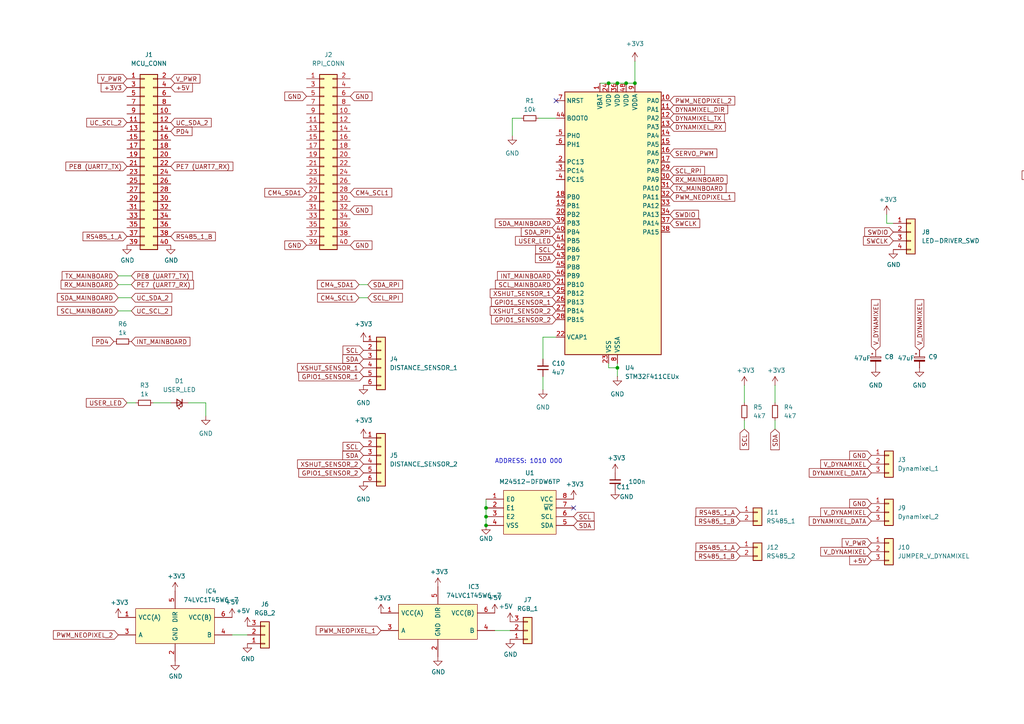
<source format=kicad_sch>
(kicad_sch (version 20231120) (generator "eeschema") (generator_version "8.0")
  (paper "A4")
  (junction (at 140.97 149.86))
  (junction (at 323.85 92.71))
  (junction (at 176.53 24.13))
  (junction (at 398.78 135.89))
  (junction (at 140.97 152.4))
  (junction (at 140.97 147.32))
  (junction (at 179.07 106.68))
  (junction (at 184.15 24.13))
  (junction (at 373.38 118.11))
  (junction (at 370.84 72.39))
  (junction (at 386.08 135.89))
  (junction (at 181.61 24.13))
  (junction (at 179.07 24.13))
  (no_connect (at 166.37 147.32))
  (no_connect (at 161.29 29.21))
  (wire (pts (xy 368.3 118.11) (xy 373.38 118.11)))
  (wire (pts (xy 365.76 72.39) (xy 370.84 72.39)))
  (wire (pts (xy 148.59 34.29) (xy 151.13 34.29)))
  (wire (pts (xy 173.99 24.13) (xy 176.53 24.13)))
  (wire (pts (xy 339.09 95.25) (xy 326.39 95.25)))
  (wire (pts (xy 364.49 92.71) (xy 365.76 92.71)))
  (wire (pts (xy 34.29 90.17) (xy 38.1 90.17)))
  (wire (pts (xy 339.09 97.79) (xy 336.55 97.79)))
  (wire (pts (xy 224.79 111.76) (xy 224.79 116.84)))
  (wire (pts (xy 368.3 130.81) (xy 368.3 118.11)))
  (wire (pts (xy 104.14 82.55) (xy 106.68 82.55)))
  (wire (pts (xy 36.83 116.84) (xy 39.37 116.84)))
  (wire (pts (xy 179.07 105.41) (xy 179.07 106.68)))
  (wire (pts (xy 336.55 139.7) (xy 336.55 135.89)))
  (wire (pts (xy 316.23 92.71) (xy 323.85 92.71)))
  (wire (pts (xy 386.08 123.19) (xy 386.08 135.89)))
  (wire (pts (xy 67.31 184.15) (xy 71.755 184.15)))
  (wire (pts (xy 34.29 82.55) (xy 38.1 82.55)))
  (wire (pts (xy 326.39 111.76) (xy 358.14 111.76)))
  (wire (pts (xy 181.61 24.13) (xy 184.15 24.13)))
  (wire (pts (xy 176.53 106.68) (xy 179.07 106.68)))
  (wire (pts (xy 215.9 111.76) (xy 215.9 116.84)))
  (wire (pts (xy 326.39 95.25) (xy 326.39 111.76)))
  (wire (pts (xy 373.38 118.11) (xy 373.38 119.38)))
  (wire (pts (xy 398.78 102.87) (xy 398.78 135.89)))
  (wire (pts (xy 336.55 97.79) (xy 336.55 101.6)))
  (wire (pts (xy 156.21 34.29) (xy 161.29 34.29)))
  (wire (pts (xy 59.69 120.65) (xy 59.69 116.84)))
  (wire (pts (xy 358.14 111.76) (xy 358.14 102.87)))
  (wire (pts (xy 140.97 147.32) (xy 140.97 149.86)))
  (wire (pts (xy 386.08 115.57) (xy 386.08 118.11)))
  (wire (pts (xy 176.53 105.41) (xy 176.53 106.68)))
  (wire (pts (xy 358.14 102.87) (xy 398.78 102.87)))
  (wire (pts (xy 179.07 106.68) (xy 179.07 109.22)))
  (wire (pts (xy 323.85 92.71) (xy 339.09 92.71)))
  (wire (pts (xy 161.29 97.79) (xy 157.48 97.79)))
  (wire (pts (xy 44.45 116.84) (xy 49.53 116.84)))
  (wire (pts (xy 184.15 17.78) (xy 184.15 24.13)))
  (wire (pts (xy 215.9 121.92) (xy 215.9 124.46)))
  (wire (pts (xy 59.69 116.84) (xy 54.61 116.84)))
  (wire (pts (xy 34.29 86.36) (xy 38.1 86.36)))
  (wire (pts (xy 148.59 39.37) (xy 148.59 34.29)))
  (wire (pts (xy 370.84 71.12) (xy 370.84 72.39)))
  (wire (pts (xy 157.48 97.79) (xy 157.48 104.14)))
  (wire (pts (xy 364.49 130.81) (xy 368.3 130.81)))
  (wire (pts (xy 370.84 72.39) (xy 370.84 74.93)))
  (wire (pts (xy 398.78 135.89) (xy 405.13 135.89)))
  (wire (pts (xy 336.55 135.89) (xy 339.09 135.89)))
  (wire (pts (xy 143.51 182.88) (xy 147.955 182.88)))
  (wire (pts (xy 104.14 86.36) (xy 106.68 86.36)))
  (wire (pts (xy 365.76 92.71) (xy 365.76 72.39)))
  (wire (pts (xy 140.97 144.78) (xy 140.97 147.32)))
  (wire (pts (xy 364.49 135.89) (xy 386.08 135.89)))
  (wire (pts (xy 157.48 109.22) (xy 157.48 113.03)))
  (wire (pts (xy 257.175 62.23) (xy 257.175 64.77)))
  (wire (pts (xy 373.38 115.57) (xy 373.38 118.11)))
  (wire (pts (xy 224.79 121.92) (xy 224.79 124.46)))
  (wire (pts (xy 34.29 80.01) (xy 38.1 80.01)))
  (wire (pts (xy 176.53 24.13) (xy 179.07 24.13)))
  (wire (pts (xy 323.85 130.81) (xy 323.85 92.71)))
  (wire (pts (xy 339.09 130.81) (xy 323.85 130.81)))
  (wire (pts (xy 257.175 64.77) (xy 259.08 64.77)))
  (wire (pts (xy 179.07 24.13) (xy 181.61 24.13)))
  (wire (pts (xy 386.08 135.89) (xy 398.78 135.89)))
  (wire (pts (xy 140.97 149.86) (xy 140.97 152.4)))
  (text "ADDRESS: 1010 000\n" (at 143.51 134.62 0) (effects (font (size 1.27 1.27)) (justify left bottom)))
  (global_label "DYNAMIXEL_RX" (shape input) (at 194.31 36.83 0) (property "Intersheetrefs" "${INTERSHEET_REFS}" (effects (hide yes))))
  (global_label "SDA" (shape input) (at 166.37 152.4 0) (property "Intersheetrefs" "${INTERSHEET_REFS}" (effects (hide yes))))
  (global_label "V_PWR" (shape input) (at 49.53 22.86 0) (property "Intersheetrefs" "${INTERSHEET_REFS}" (effects (hide yes))))
  (global_label "UC_SCL_2" (shape input) (at 38.1 90.17 0) (property "Intersheetrefs" "${INTERSHEET_REFS}" (effects (hide yes))))
  (global_label "GND" (shape input) (at 101.6 27.94 0) (property "Intersheetrefs" "${INTERSHEET_REFS}" (effects (hide yes))))
  (global_label "SCL_MAINBOARD" (shape input) (at 161.29 82.55 180) (property "Intersheetrefs" "${INTERSHEET_REFS}" (effects (hide yes))))
  (global_label "GPIO1_SENSOR_2" (shape input) (at 105.41 137.16 180) (property "Intersheetrefs" "${INTERSHEET_REFS}" (effects (hide yes))))
  (global_label "SCL_MAINBOARD" (shape input) (at 34.29 90.17 180) (property "Intersheetrefs" "${INTERSHEET_REFS}" (effects (hide yes))))
  (global_label "SCL" (shape input) (at 215.9 124.46 270) (property "Intersheetrefs" "${INTERSHEET_REFS}" (effects (hide yes))))
  (global_label "DYNAMIXEL_DATA" (shape input) (at 252.73 151.13 180) (property "Intersheetrefs" "${INTERSHEET_REFS}" (effects (hide yes))))
  (global_label "RS485_1_B" (shape input) (at 49.53 68.58 0) (property "Intersheetrefs" "${INTERSHEET_REFS}" (effects (hide yes))))
  (global_label "GND" (shape input) (at 101.6 71.12 0) (property "Intersheetrefs" "${INTERSHEET_REFS}" (effects (hide yes))))
  (global_label "GND" (shape input) (at 252.73 146.05 180) (property "Intersheetrefs" "${INTERSHEET_REFS}" (effects (hide yes))))
  (global_label "INT_MAINBOARD" (shape input) (at 161.29 80.01 180) (property "Intersheetrefs" "${INTERSHEET_REFS}" (effects (hide yes))))
  (global_label "V_DYNAMIXEL" (shape input) (at 252.73 134.62 180) (property "Intersheetrefs" "${INTERSHEET_REFS}" (effects (hide yes))))
  (global_label "PE7 (UART7_RX)" (shape input) (at 38.1 82.55 0) (property "Intersheetrefs" "${INTERSHEET_REFS}" (effects (hide yes))))
  (global_label "USER_LED" (shape input) (at 36.83 116.84 180) (property "Intersheetrefs" "${INTERSHEET_REFS}" (effects (hide yes))))
  (global_label "GND" (shape input) (at 252.73 132.08 180) (property "Intersheetrefs" "${INTERSHEET_REFS}" (effects (hide yes))))
  (global_label "V_PWR" (shape input) (at 252.73 157.48 180) (property "Intersheetrefs" "${INTERSHEET_REFS}" (effects (hide yes))))
  (global_label "XSHUT_SENSOR_1" (shape input) (at 161.29 85.09 180) (property "Intersheetrefs" "${INTERSHEET_REFS}" (effects (hide yes))))
  (global_label "XSHUT_SENSOR_2" (shape input) (at 105.41 134.62 180) (property "Intersheetrefs" "${INTERSHEET_REFS}" (effects (hide yes))))
  (global_label "GND" (shape input) (at 88.9 27.94 180) (property "Intersheetrefs" "${INTERSHEET_REFS}" (effects (hide yes))))
  (global_label "GND" (shape input) (at 88.9 71.12 180) (property "Intersheetrefs" "${INTERSHEET_REFS}" (effects (hide yes))))
  (global_label "PD4" (shape input) (at 33.02 99.06 180) (property "Intersheetrefs" "${INTERSHEET_REFS}" (effects (hide yes))))
  (global_label "SCL" (shape input) (at 105.41 129.54 180) (property "Intersheetrefs" "${INTERSHEET_REFS}" (effects (hide yes))))
  (global_label "RX_MAINBOARD" (shape input) (at 194.31 52.07 0) (property "Intersheetrefs" "${INTERSHEET_REFS}" (effects (hide yes))))
  (global_label "DYNAMIXEL_DIR" (shape input) (at 316.23 92.71 180) (property "Intersheetrefs" "${INTERSHEET_REFS}" (effects (hide yes))))
  (global_label "INT_MAINBOARD" (shape input) (at 38.1 99.06 0) (property "Intersheetrefs" "${INTERSHEET_REFS}" (effects (hide yes))))
  (global_label "+5V" (shape input) (at 373.38 115.57 90) (property "Intersheetrefs" "${INTERSHEET_REFS}" (effects (hide yes))))
  (global_label "V_DYNAMIXEL" (shape input) (at 266.7 101.6 90) (property "Intersheetrefs" "${INTERSHEET_REFS}" (effects (hide yes))))
  (global_label "SDA_RPI" (shape input) (at 106.68 82.55 0) (property "Intersheetrefs" "${INTERSHEET_REFS}" (effects (hide yes))))
  (global_label "SCL_RPI" (shape input) (at 106.68 86.36 0) (property "Intersheetrefs" "${INTERSHEET_REFS}" (effects (hide yes))))
  (global_label "SWCLK" (shape input) (at 259.08 69.85 180) (property "Intersheetrefs" "${INTERSHEET_REFS}" (effects (hide yes))))
  (global_label "DYNAMIXEL_TX" (shape input) (at 194.31 34.29 0) (property "Intersheetrefs" "${INTERSHEET_REFS}" (effects (hide yes))))
  (global_label "PWM_NEOPIXEL_1" (shape input) (at 110.49 182.88 180) (property "Intersheetrefs" "${INTERSHEET_REFS}" (effects (hide yes))))
  (global_label "XSHUT_SENSOR_2" (shape input) (at 161.29 90.17 180) (property "Intersheetrefs" "${INTERSHEET_REFS}" (effects (hide yes))))
  (global_label "GND" (shape input) (at 311.15 55.88 180) (property "Intersheetrefs" "${INTERSHEET_REFS}" (effects (hide yes))))
  (global_label "+5V" (shape input) (at 386.08 115.57 90) (property "Intersheetrefs" "${INTERSHEET_REFS}" (effects (hide yes))))
  (global_label "PE7 (UART7_RX)" (shape input) (at 49.53 48.26 0) (property "Intersheetrefs" "${INTERSHEET_REFS}" (effects (hide yes))))
  (global_label "GPIO1_SENSOR_1" (shape input) (at 105.41 109.22 180) (property "Intersheetrefs" "${INTERSHEET_REFS}" (effects (hide yes))))
  (global_label "XSHUT_SENSOR_1" (shape input) (at 105.41 106.68 180) (property "Intersheetrefs" "${INTERSHEET_REFS}" (effects (hide yes))))
  (global_label "DYNAMIXEL_DIR" (shape input) (at 194.31 31.75 0) (property "Intersheetrefs" "${INTERSHEET_REFS}" (effects (hide yes))))
  (global_label "+5V" (shape input) (at 252.73 162.56 180) (property "Intersheetrefs" "${INTERSHEET_REFS}" (effects (hide yes))))
  (global_label "GPIO1_SENSOR_2" (shape input) (at 161.29 92.71 180) (property "Intersheetrefs" "${INTERSHEET_REFS}" (effects (hide yes))))
  (global_label "+3V3" (shape input) (at 36.83 25.4 180) (property "Intersheetrefs" "${INTERSHEET_REFS}" (effects (hide yes))))
  (global_label "SERVO_PWM" (shape input) (at 311.15 53.34 180) (property "Intersheetrefs" "${INTERSHEET_REFS}" (effects (hide yes))))
  (global_label "RS485_1_A" (shape input) (at 214.63 158.75 180) (property "Intersheetrefs" "${INTERSHEET_REFS}" (effects (hide yes))))
  (global_label "DYNAMIXEL_RX" (shape input) (at 364.49 97.79 0) (property "Intersheetrefs" "${INTERSHEET_REFS}" (effects (hide yes))))
  (global_label "SWDIO" (shape input) (at 194.31 62.23 0) (property "Intersheetrefs" "${INTERSHEET_REFS}" (effects (hide yes))))
  (global_label "RX_MAINBOARD" (shape input) (at 34.29 82.55 180) (property "Intersheetrefs" "${INTERSHEET_REFS}" (effects (hide yes))))
  (global_label "RS485_1_B" (shape input) (at 214.63 161.29 180) (property "Intersheetrefs" "${INTERSHEET_REFS}" (effects (hide yes))))
  (global_label "SDA_MAINBOARD" (shape input) (at 34.29 86.36 180) (property "Intersheetrefs" "${INTERSHEET_REFS}" (effects (hide yes))))
  (global_label "TX_MAINBOARD" (shape input) (at 194.31 54.61 0) (property "Intersheetrefs" "${INTERSHEET_REFS}" (effects (hide yes))))
  (global_label "RS485_1_A" (shape input) (at 36.83 68.58 180) (property "Intersheetrefs" "${INTERSHEET_REFS}" (effects (hide yes))))
  (global_label "RS485_1_B" (shape input) (at 214.63 151.13 180) (property "Intersheetrefs" "${INTERSHEET_REFS}" (effects (hide yes))))
  (global_label "SCL_RPI" (shape input) (at 194.31 49.53 0) (property "Intersheetrefs" "${INTERSHEET_REFS}" (effects (hide yes))))
  (global_label "CM4_SCL1" (shape input) (at 101.6 55.88 0) (property "Intersheetrefs" "${INTERSHEET_REFS}" (effects (hide yes))))
  (global_label "SCL" (shape input) (at 161.29 72.39 180) (property "Intersheetrefs" "${INTERSHEET_REFS}" (effects (hide yes))))
  (global_label "PD4" (shape input) (at 49.53 38.1 0) (property "Intersheetrefs" "${INTERSHEET_REFS}" (effects (hide yes))))
  (global_label "SERVO_PWM" (shape input) (at 194.31 44.45 0) (property "Intersheetrefs" "${INTERSHEET_REFS}" (effects (hide yes))))
  (global_label "DYNAMIXEL_TX" (shape input) (at 339.09 133.35 180) (property "Intersheetrefs" "${INTERSHEET_REFS}" (effects (hide yes))))
  (global_label "CM4_SCL1" (shape input) (at 104.14 86.36 180) (property "Intersheetrefs" "${INTERSHEET_REFS}" (effects (hide yes))))
  (global_label "PE8 (UART7_TX)" (shape input) (at 38.1 80.01 0) (property "Intersheetrefs" "${INTERSHEET_REFS}" (effects (hide yes))))
  (global_label "SDA" (shape input) (at 224.79 124.46 270) (property "Intersheetrefs" "${INTERSHEET_REFS}" (effects (hide yes))))
  (global_label "V_DYNAMIXEL" (shape input) (at 254 101.6 90) (property "Intersheetrefs" "${INTERSHEET_REFS}" (effects (hide yes))))
  (global_label "GND" (shape input) (at 101.6 60.96 0) (property "Intersheetrefs" "${INTERSHEET_REFS}" (effects (hide yes))))
  (global_label "V_PWR" (shape input) (at 36.83 22.86 180) (property "Intersheetrefs" "${INTERSHEET_REFS}" (effects (hide yes))))
  (global_label "RS485_1_A" (shape input) (at 214.63 148.59 180) (property "Intersheetrefs" "${INTERSHEET_REFS}" (effects (hide yes))))
  (global_label "GPIO1_SENSOR_1" (shape input) (at 161.29 87.63 180) (property "Intersheetrefs" "${INTERSHEET_REFS}" (effects (hide yes))))
  (global_label "SDA" (shape input) (at 161.29 74.93 180) (property "Intersheetrefs" "${INTERSHEET_REFS}" (effects (hide yes))))
  (global_label "SDA_MAINBOARD" (shape input) (at 161.29 64.77 180) (property "Intersheetrefs" "${INTERSHEET_REFS}" (effects (hide yes))))
  (global_label "SDA" (shape input) (at 105.41 104.14 180) (property "Intersheetrefs" "${INTERSHEET_REFS}" (effects (hide yes))))
  (global_label "SDA_RPI" (shape input) (at 161.29 67.31 180) (property "Intersheetrefs" "${INTERSHEET_REFS}" (effects (hide yes))))
  (global_label "PWM_NEOPIXEL_1" (shape input) (at 194.31 57.15 0) (property "Intersheetrefs" "${INTERSHEET_REFS}" (effects (hide yes))))
  (global_label "SCL" (shape input) (at 166.37 149.86 0) (property "Intersheetrefs" "${INTERSHEET_REFS}" (effects (hide yes))))
  (global_label "V_DYNAMIXEL" (shape input) (at 311.15 50.8 180) (property "Intersheetrefs" "${INTERSHEET_REFS}" (effects (hide yes))))
  (global_label "PWM_NEOPIXEL_2" (shape input) (at 34.29 184.15 180) (property "Intersheetrefs" "${INTERSHEET_REFS}" (effects (hide yes))))
  (global_label "UC_SDA_2" (shape input) (at 38.1 86.36 0) (property "Intersheetrefs" "${INTERSHEET_REFS}" (effects (hide yes))))
  (global_label "DYNAMIXEL_DATA" (shape input) (at 252.73 137.16 180) (property "Intersheetrefs" "${INTERSHEET_REFS}" (effects (hide yes))))
  (global_label "SWCLK" (shape input) (at 194.31 64.77 0) (property "Intersheetrefs" "${INTERSHEET_REFS}" (effects (hide yes))))
  (global_label "CM4_SDA1" (shape input) (at 104.14 82.55 180) (property "Intersheetrefs" "${INTERSHEET_REFS}" (effects (hide yes))))
  (global_label "PWM_NEOPIXEL_2" (shape input) (at 194.31 29.21 0) (property "Intersheetrefs" "${INTERSHEET_REFS}" (effects (hide yes))))
  (global_label "UC_SDA_2" (shape input) (at 49.53 35.56 0) (property "Intersheetrefs" "${INTERSHEET_REFS}" (effects (hide yes))))
  (global_label "TX_MAINBOARD" (shape input) (at 34.29 80.01 180) (property "Intersheetrefs" "${INTERSHEET_REFS}" (effects (hide yes))))
  (global_label "+5V" (shape input) (at 49.53 25.4 0) (property "Intersheetrefs" "${INTERSHEET_REFS}" (effects (hide yes))))
  (global_label "SCL" (shape input) (at 105.41 101.6 180) (property "Intersheetrefs" "${INTERSHEET_REFS}" (effects (hide yes))))
  (global_label "CM4_SDA1" (shape input) (at 88.9 55.88 180) (property "Intersheetrefs" "${INTERSHEET_REFS}" (effects (hide yes))))
  (global_label "DYNAMIXEL_DATA" (shape input) (at 405.13 135.89 0) (property "Intersheetrefs" "${INTERSHEET_REFS}" (effects (hide yes))))
  (global_label "SDA" (shape input) (at 105.41 132.08 180) (property "Intersheetrefs" "${INTERSHEET_REFS}" (effects (hide yes))))
  (global_label "SWDIO" (shape input) (at 259.08 67.31 180) (property "Intersheetrefs" "${INTERSHEET_REFS}" (effects (hide yes))))
  (global_label "USER_LED" (shape input) (at 161.29 69.85 180) (property "Intersheetrefs" "${INTERSHEET_REFS}" (effects (hide yes))))
  (global_label "PE8 (UART7_TX)" (shape input) (at 36.83 48.26 180) (property "Intersheetrefs" "${INTERSHEET_REFS}" (effects (hide yes))))
  (global_label "V_DYNAMIXEL" (shape input) (at 252.73 148.59 180) (property "Intersheetrefs" "${INTERSHEET_REFS}" (effects (hide yes))))
  (global_label "UC_SCL_2" (shape input) (at 36.83 35.56 180) (property "Intersheetrefs" "${INTERSHEET_REFS}" (effects (hide yes))))
  (global_label "V_DYNAMIXEL" (shape input) (at 252.73 160.02 180) (property "Intersheetrefs" "${INTERSHEET_REFS}" (effects (hide yes))))
  (symbol (lib_name "GND_1") (lib_id "power:GND") (at 266.7 106.68 0) (unit 1)
    (property "Reference" "#PWR042" (effects (hide yes)))
    (property "Value" "GND" (at 266.7 111.76 0))
    (property "Description" "Power symbol creates a global label with name \"GND\" , ground" (effects (hide yes)))
  )
  (symbol (lib_id "Device:CP_Small") (at 266.7 104.14 0) (unit 1)
    (property "Reference" "C9" (at 269.24 103.5049 0) (effects (justify left)))
    (property "Value" "47uF" (at 260.35 103.8859 0) (effects (justify left)))
    (property "Footprint" "Capacitor_SMD:CP_Elec_6.3x5.2" (effects (hide yes)))
  )
  (symbol (lib_id "Connector_Generic:Conn_01x02") (at 219.71 158.75 0) (unit 1)
    (property "Reference" "J12" (at 222.25 158.7499 0) (effects (justify left)))
    (property "Value" "RS485_2" (at 222.25 161.2899 0) (effects (justify left)))
    (property "Footprint" "Connector_JST:JST_GH_BM02B-GHS-TBT_1x02-1MP_P1.25mm_Vertical" (effects (hide yes)))
    (property "Description" "Generic connector, single row, 01x02, script generated (kicad-library-utils/schlib/autogen/connector/)" (effects (hide yes)))
  )
  (symbol (lib_id "Device:C_Small") (at 251.46 -11.43 0) (unit 1)
    (property "Reference" "C7" (at 254 -12.6938 0) (effects (justify left)))
    (property "Value" "100n" (at 254 -10.1538 0) (effects (justify left)))
    (property "Footprint" "Capacitor_SMD:C_0603_1608Metric" (effects (hide yes)))
    (property "Description" "Unpolarized capacitor, small symbol" (effects (hide yes)))
  )
  (symbol (lib_id "Connector_Generic:Conn_02x20_Odd_Even") (at 93.98 45.72 0) (unit 1)
    (property "Reference" "J2" (at 95.25 15.875 0))
    (property "Value" "RPI_CONN" (at 95.25 18.415 0))
    (property "Footprint" "Connector_PinHeader_2.54mm:PinHeader_2x20_P2.54mm_Vertical" (effects (hide yes)))
  )
  (symbol (lib_id "Device:R_Small") (at 224.79 119.38 180) (unit 1)
    (property "Reference" "R4" (at 227.33 118.1099 0) (effects (justify right)))
    (property "Value" "4k7" (at 227.33 120.6499 0) (effects (justify right)))
    (property "Footprint" "Resistor_SMD:R_0603_1608Metric" (effects (hide yes)))
    (property "Description" "Resistor, small symbol" (effects (hide yes)))
  )
  (symbol (lib_id "power:+3V3") (at 257.175 62.23 0) (unit 1)
    (property "Reference" "#PWR024" (effects (hide yes)))
    (property "Value" "+3V3" (at 257.5433 57.9056 0))
  )
  (symbol (lib_id "power:+3V3") (at 105.41 99.06 0) (unit 1)
    (property "Reference" "#PWR026" (effects (hide yes)))
    (property "Value" "+3V3" (at 105.41 93.98 0))
  )
  (symbol (lib_id "Connector_Generic:Conn_01x03") (at 257.81 148.59 0) (unit 1)
    (property "Reference" "J9" (at 260.35 147.3199 0) (effects (justify left)))
    (property "Value" "Dynamixel_2" (at 260.35 149.8599 0) (effects (justify left)))
    (property "Footprint" "Connector_JST:JST_XH_B3B-XH-A_1x03_P2.50mm_Vertical" (effects (hide yes)))
    (property "Description" "Generic connector, single row, 01x03, script generated (kicad-library-utils/schlib/autogen/connector/)" (effects (hide yes)))
  )
  (symbol (lib_name "GND_1") (lib_id "power:GND") (at 373.38 124.46 0) (unit 1)
    (property "Reference" "#PWR031" (effects (hide yes)))
    (property "Value" "GND" (at 373.38 129.54 0))
    (property "Description" "Power symbol creates a global label with name \"GND\" , ground" (effects (hide yes)))
  )
  (symbol (lib_id "Connector_Generic:Conn_01x03") (at 76.835 184.15 0) (mirror x) (unit 1)
    (property "Reference" "J6" (at 76.835 175.26 0))
    (property "Value" "RGB_2" (at 76.835 177.8 0))
    (property "Footprint" "Connector_JST:JST_GH_BM03B-GHS-TBT_1x03-1MP_P1.25mm_Vertical" (effects (hide yes)))
  )
  (symbol (lib_id "power:+3V3") (at 251.46 -13.97 0) (unit 1)
    (property "Reference" "#PWR039" (effects (hide yes)))
    (property "Value" "+3V3" (at 251.46 -19.05 0))
    (property "Description" "Power symbol creates a global label with name \"+3V3\"" (effects (hide yes)))
  )
  (symbol (lib_id "power:+3V3") (at 184.15 17.78 0) (unit 1)
    (property "Reference" "#PWR02" (effects (hide yes)))
    (property "Value" "+3V3" (at 184.15 12.7 0))
    (property "Description" "Power symbol creates a global label with name \"+3V3\"" (effects (hide yes)))
  )
  (symbol (lib_id "Connector_Generic:Conn_01x04") (at 264.16 67.31 0) (unit 1)
    (property "Reference" "J8" (at 267.335 67.3099 0) (effects (justify left)))
    (property "Value" "LED-DRIVER_SWD" (at 267.335 69.8499 0) (effects (justify left)))
    (property "Footprint" "downloaded_parts:JST_SH_SM04B-SRSS-TB_1x04-1MP_P1.00mm_Horizontal" (effects (hide yes)))
  )
  (symbol (lib_id "power:+5V") (at 147.955 180.34 0) (unit 1)
    (property "Reference" "#PWR022" (effects (hide yes)))
    (property "Value" "+5V" (at 146.685 175.895 0))
  )
  (symbol (lib_id "power:+3V3") (at 178.435 137.16 0) (unit 1)
    (property "Reference" "#PWR047" (effects (hide yes)))
    (property "Value" "+3V3" (at 178.8033 132.8356 0))
  )
  (symbol (lib_id "power:+3V3") (at 370.84 71.12 0) (unit 1)
    (property "Reference" "#PWR032" (effects (hide yes)))
    (property "Value" "+3V3" (at 370.84 66.04 0))
    (property "Description" "Power symbol creates a global label with name \"+3V3\"" (effects (hide yes)))
  )
  (symbol (lib_id "downloaded_parts:74LVC1T45W6-7") (at 46.99 170.18 0) (unit 1)
    (property "Reference" "IC4" (at 61.214 171.45 0))
    (property "Value" "74LVC1T45W6-7" (at 61.214 173.99 0))
    (property "Footprint" "downloaded_parts:SOT95P285X140-6N" (effects (hide yes)))
    (property "Datasheet" "https://www.diodes.com//assets/Datasheets/74LVC1T45.pdf" (effects (hide yes)))
    (property "Description" "Translation - Voltage Levels Logic LVC 1G Translator" (effects (hide yes)))
    (property "Height" "1.4" (effects (hide yes)))
    (property "Mouser Part Number" "621-74LVC1T45W6-7" (effects (hide yes)))
    (property "Mouser Price/Stock" "https://www.mouser.co.uk/ProductDetail/Diodes-Incorporated/74LVC1T45W6-7?qs=Oxncjon6mbp2oDYwZRj9AA%3D%3D" (effects (hide yes)))
    (property "Manufacturer_Name" "Diodes Incorporated" (effects (hide yes)))
    (property "Manufacturer_Part_Number" "74LVC1T45W6-7" (effects (hide yes)))
  )
  (symbol (lib_id "Connector_Generic:Conn_02x20_Odd_Even") (at 41.91 45.72 0) (unit 1)
    (property "Reference" "J1" (at 43.18 15.875 0))
    (property "Value" "MCU_CONN" (at 43.18 18.415 0))
    (property "Footprint" "Connector_PinHeader_2.54mm:PinHeader_2x20_P2.54mm_Vertical" (effects (hide yes)))
  )
  (symbol (lib_name "GND_1") (lib_id "power:GND") (at 254 106.68 0) (unit 1)
    (property "Reference" "#PWR043" (effects (hide yes)))
    (property "Value" "GND" (at 254 111.76 0))
    (property "Description" "Power symbol creates a global label with name \"GND\" , ground" (effects (hide yes)))
  )
  (symbol (lib_id "power:+3V3") (at 219.71 -13.97 0) (unit 1)
    (property "Reference" "#PWR06" (effects (hide yes)))
    (property "Value" "+3V3" (at 219.71 -19.05 0))
    (property "Description" "Power symbol creates a global label with name \"+3V3\"" (effects (hide yes)))
  )
  (symbol (lib_id "power:+5V") (at 71.755 181.61 0) (unit 1)
    (property "Reference" "#PWR016" (effects (hide yes)))
    (property "Value" "+5V" (at 70.485 177.165 0))
  )
  (symbol (lib_id "power:+3V3") (at 241.3 -13.97 0) (unit 1)
    (property "Reference" "#PWR037" (effects (hide yes)))
    (property "Value" "+3V3" (at 241.3 -19.05 0))
    (property "Description" "Power symbol creates a global label with name \"+3V3\"" (effects (hide yes)))
  )
  (symbol (lib_name "GND_1") (lib_id "power:GND") (at 336.55 101.6 0) (unit 1)
    (property "Reference" "#PWR034" (effects (hide yes)))
    (property "Value" "GND" (at 336.55 106.68 0))
    (property "Description" "Power symbol creates a global label with name \"GND\" , ground" (effects (hide yes)))
  )
  (symbol (lib_id "power:+3V3") (at 105.41 127 0) (unit 1)
    (property "Reference" "#PWR028" (effects (hide yes)))
    (property "Value" "+3V3" (at 105.41 121.92 0))
  )
  (symbol (lib_id "Connector_Generic:Conn_01x02") (at 219.71 148.59 0) (unit 1)
    (property "Reference" "J11" (at 222.25 148.5899 0) (effects (justify left)))
    (property "Value" "RS485_1" (at 222.25 151.1299 0) (effects (justify left)))
    (property "Footprint" "Connector_JST:JST_GH_BM02B-GHS-TBT_1x02-1MP_P1.25mm_Vertical" (effects (hide yes)))
    (property "Description" "Generic connector, single row, 01x02, script generated (kicad-library-utils/schlib/autogen/connector/)" (effects (hide yes)))
  )
  (symbol (lib_id "power:GND") (at 140.97 152.4 0) (unit 1)
    (property "Reference" "#PWR045" (effects (hide yes)))
    (property "Value" "GND" (at 140.97 156.21 0))
  )
  (symbol (lib_id "power:+3V3") (at 50.8 171.45 0) (unit 1)
    (property "Reference" "#PWR013" (effects (hide yes)))
    (property "Value" "+3V3" (at 51.1683 167.1256 0))
  )
  (symbol (lib_id "power:+3V3") (at 215.9 111.76 0) (unit 1)
    (property "Reference" "#PWR041" (effects (hide yes)))
    (property "Value" "+3V3" (at 216.2683 107.4356 0))
  )
  (symbol (lib_name "GND_1") (lib_id "power:GND") (at 241.3 -8.89 0) (unit 1)
    (property "Reference" "#PWR038" (effects (hide yes)))
    (property "Value" "GND" (at 241.3 -3.81 0))
    (property "Description" "Power symbol creates a global label with name \"GND\" , ground" (effects (hide yes)))
  )
  (symbol (lib_id "power:GND") (at 259.08 72.39 0) (unit 1)
    (property "Reference" "#PWR025" (effects (hide yes)))
    (property "Value" "GND" (at 259.207 76.7842 0))
  )
  (symbol (lib_id "Mechanical:MountingHole") (at 311.15 6.35 0) (unit 1)
    (property "Reference" "H1" (at 313.69 5.0799 0) (effects (justify left)))
    (property "Value" "MountingHole" (at 313.69 7.6199 0) (effects (justify left)))
    (property "Footprint" "MountingHole:MountingHole_2.7mm_M2.5_DIN965" (effects (hide yes)))
    (property "Description" "Mounting Hole without connection" (effects (hide yes)))
  )
  (symbol (lib_id "power:+3V3") (at 209.55 -13.97 0) (unit 1)
    (property "Reference" "#PWR05" (effects (hide yes)))
    (property "Value" "+3V3" (at 209.55 -19.05 0))
    (property "Description" "Power symbol creates a global label with name \"+3V3\"" (effects (hide yes)))
  )
  (symbol (lib_id "Device:LED_Small") (at 52.07 116.84 180) (unit 1)
    (property "Reference" "D1" (at 52.0065 110.49 0))
    (property "Value" "USER_LED" (at 52.0065 113.03 0))
    (property "Footprint" "LED_SMD:LED_0603_1608Metric" (effects (hide yes)))
    (property "Description" "Light emitting diode, small symbol" (effects (hide yes)))
  )
  (symbol (lib_name "GND_1") (lib_id "power:GND") (at 219.71 -8.89 0) (unit 1)
    (property "Reference" "#PWR09" (effects (hide yes)))
    (property "Value" "GND" (at 219.71 -3.81 0))
    (property "Description" "Power symbol creates a global label with name \"GND\" , ground" (effects (hide yes)))
  )
  (symbol (lib_id "downloaded_parts:74LVC1T45W6-7") (at 123.19 168.91 0) (unit 1)
    (property "Reference" "IC3" (at 137.414 170.18 0))
    (property "Value" "74LVC1T45W6-7" (at 137.414 172.72 0))
    (property "Footprint" "downloaded_parts:SOT95P285X140-6N" (effects (hide yes)))
    (property "Datasheet" "https://www.diodes.com//assets/Datasheets/74LVC1T45.pdf" (effects (hide yes)))
    (property "Description" "Translation - Voltage Levels Logic LVC 1G Translator" (effects (hide yes)))
    (property "Height" "1.4" (effects (hide yes)))
    (property "Mouser Part Number" "621-74LVC1T45W6-7" (effects (hide yes)))
    (property "Mouser Price/Stock" "https://www.mouser.co.uk/ProductDetail/Diodes-Incorporated/74LVC1T45W6-7?qs=Oxncjon6mbp2oDYwZRj9AA%3D%3D" (effects (hide yes)))
    (property "Manufacturer_Name" "Diodes Incorporated" (effects (hide yes)))
    (property "Manufacturer_Part_Number" "74LVC1T45W6-7" (effects (hide yes)))
  )
  (symbol (lib_id "power:+5V") (at 67.31 179.07 0) (unit 1)
    (property "Reference" "#PWR015" (effects (hide yes)))
    (property "Value" "+5V" (at 67.31 174.625 0))
  )
  (symbol (lib_name "GND_1") (lib_id "power:GND") (at 59.69 120.65 0) (unit 1)
    (property "Reference" "#PWR035" (effects (hide yes)))
    (property "Value" "GND" (at 59.69 125.73 0))
    (property "Description" "Power symbol creates a global label with name \"GND\" , ground" (effects (hide yes)))
  )
  (symbol (lib_name "GND_1") (lib_id "power:GND") (at 229.87 -8.89 0) (unit 1)
    (property "Reference" "#PWR08" (effects (hide yes)))
    (property "Value" "GND" (at 229.87 -3.81 0))
    (property "Description" "Power symbol creates a global label with name \"GND\" , ground" (effects (hide yes)))
  )
  (symbol (lib_id "Device:C_Small") (at 209.55 -11.43 0) (unit 1)
    (property "Reference" "C1" (at 212.09 -12.6938 0) (effects (justify left)))
    (property "Value" "100n" (at 212.09 -10.1538 0) (effects (justify left)))
    (property "Footprint" "Capacitor_SMD:C_0603_1608Metric" (effects (hide yes)))
    (property "Description" "Unpolarized capacitor, small symbol" (effects (hide yes)))
  )
  (symbol (lib_id "Device:R_Small") (at 386.08 120.65 180) (unit 1)
    (property "Reference" "R2" (at 388.62 119.3799 0) (effects (justify right)))
    (property "Value" "10k" (at 388.62 121.9199 0) (effects (justify right)))
    (property "Footprint" "Resistor_SMD:R_0603_1608Metric" (effects (hide yes)))
    (property "Description" "Resistor, small symbol" (effects (hide yes)))
  )
  (symbol (lib_id "power:+3V3") (at 229.87 -13.97 0) (unit 1)
    (property "Reference" "#PWR07" (effects (hide yes)))
    (property "Value" "+3V3" (at 229.87 -19.05 0))
    (property "Description" "Power symbol creates a global label with name \"+3V3\"" (effects (hide yes)))
  )
  (symbol (lib_name "GND_1") (lib_id "power:GND") (at 179.07 109.22 0) (unit 1)
    (property "Reference" "#PWR036" (effects (hide yes)))
    (property "Value" "GND" (at 179.07 114.3 0))
    (property "Description" "Power symbol creates a global label with name \"GND\" , ground" (effects (hide yes)))
  )
  (symbol (lib_id "downloaded_parts:74LVC1G125GV,125") (at 339.09 92.71 0) (unit 1)
    (property "Reference" "IC1" (at 351.79 85.09 0))
    (property "Value" "74LVC1G125GV,125" (at 351.79 87.63 0))
    (property "Footprint" "downloaded_parts:SOT95P275X110-5N" (effects (hide yes)))
    (property "Datasheet" "https://assets.nexperia.com/documents/data-sheet/74LVC1G125.pdf" (effects (hide yes)))
    (property "Description" "74LVC1G125 - Bus buffer/line driver; 3-state@en-us" (effects (hide yes)))
    (property "Height" "1.1" (effects (hide yes)))
    (property "Mouser Part Number" "771-74LVC1G125GV" (effects (hide yes)))
    (property "Mouser Price/Stock" "https://www.mouser.co.uk/ProductDetail/Nexperia/74LVC1G125GV125?qs=me8TqzrmIYVyvYuwfV2sAw%3D%3D" (effects (hide yes)))
    (property "Manufacturer_Name" "Nexperia" (effects (hide yes)))
    (property "Manufacturer_Part_Number" "74LVC1G125GV,125" (effects (hide yes)))
  )
  (symbol (lib_id "Device:R_Small") (at 41.91 116.84 90) (unit 1)
    (property "Reference" "R3" (at 41.91 111.76 90))
    (property "Value" "1k" (at 41.91 114.3 90))
    (property "Footprint" "Resistor_SMD:R_0603_1608Metric" (effects (hide yes)))
    (property "Description" "Resistor, small symbol" (effects (hide yes)))
  )
  (symbol (lib_id "power:+3V3") (at 166.37 144.78 0) (unit 1)
    (property "Reference" "#PWR046" (effects (hide yes)))
    (property "Value" "+3V3" (at 166.7383 140.4556 0))
  )
  (symbol (lib_id "power:+3V3") (at 34.29 179.07 0) (unit 1)
    (property "Reference" "#PWR012" (effects (hide yes)))
    (property "Value" "+3V3" (at 34.6583 174.7456 0))
  )
  (symbol (lib_id "power:GND") (at 50.8 191.77 0) (unit 1)
    (property "Reference" "#PWR014" (effects (hide yes)))
    (property "Value" "GND" (at 50.927 196.1642 0))
  )
  (symbol (lib_id "power:GND") (at 36.83 71.12 0) (unit 1)
    (property "Reference" "#PWR03" (effects (hide yes)))
    (property "Value" "GND" (at 36.957 75.5142 0))
  )
  (symbol (lib_id "Device:C_Small") (at 157.48 106.68 180) (unit 1)
    (property "Reference" "C10" (at 160.02 105.4035 0) (effects (justify right)))
    (property "Value" "4u7" (at 160.02 107.9435 0) (effects (justify right)))
    (property "Footprint" "Capacitor_SMD:C_0805_2012Metric" (effects (hide yes)))
    (property "Description" "Unpolarized capacitor, small symbol" (effects (hide yes)))
  )
  (symbol (lib_id "Device:C_Small") (at 241.3 -11.43 0) (unit 1)
    (property "Reference" "C6" (at 243.84 -12.6938 0) (effects (justify left)))
    (property "Value" "100n" (at 243.84 -10.1538 0) (effects (justify left)))
    (property "Footprint" "Capacitor_SMD:C_0603_1608Metric" (effects (hide yes)))
    (property "Description" "Unpolarized capacitor, small symbol" (effects (hide yes)))
  )
  (symbol (lib_name "GND_1") (lib_id "power:GND") (at 157.48 113.03 0) (unit 1)
    (property "Reference" "#PWR044" (effects (hide yes)))
    (property "Value" "GND" (at 157.48 118.11 0))
    (property "Description" "Power symbol creates a global label with name \"GND\" , ground" (effects (hide yes)))
  )
  (symbol (lib_id "power:GND") (at 71.755 186.69 0) (unit 1)
    (property "Reference" "#PWR017" (effects (hide yes)))
    (property "Value" "GND" (at 71.882 191.0842 0))
  )
  (symbol (lib_name "GND_1") (lib_id "power:GND") (at 209.55 -8.89 0) (unit 1)
    (property "Reference" "#PWR010" (effects (hide yes)))
    (property "Value" "GND" (at 209.55 -3.81 0))
    (property "Description" "Power symbol creates a global label with name \"GND\" , ground" (effects (hide yes)))
  )
  (symbol (lib_id "Connector_Generic:Conn_01x03") (at 257.81 134.62 0) (unit 1)
    (property "Reference" "J3" (at 260.35 133.3499 0) (effects (justify left)))
    (property "Value" "Dynamixel_1" (at 260.35 135.8899 0) (effects (justify left)))
    (property "Footprint" "Connector_JST:JST_XH_B3B-XH-A_1x03_P2.50mm_Vertical" (effects (hide yes)))
    (property "Description" "Generic connector, single row, 01x03, script generated (kicad-library-utils/schlib/autogen/connector/)" (effects (hide yes)))
  )
  (symbol (lib_id "MCU_ST_STM32F4:STM32F411CEUx") (at 176.53 64.77 0) (unit 1)
    (property "Reference" "U4" (at 181.2641 106.68 0) (effects (justify left)))
    (property "Value" "STM32F411CEUx" (at 181.2641 109.22 0) (effects (justify left)))
    (property "Footprint" "Package_DFN_QFN:QFN-48-1EP_7x7mm_P0.5mm_EP5.6x5.6mm" (effects (hide yes)))
    (property "Datasheet" "https://www.st.com/resource/en/datasheet/stm32f411ce.pdf" (effects (hide yes)))
    (property "Description" "STMicroelectronics Arm Cortex-M4 MCU, 512KB flash, 128KB RAM, 100 MHz, 1.7-3.6V, 36 GPIO, UFQFPN48" (effects (hide yes)))
  )
  (symbol (lib_id "Device:C_Small") (at 219.71 -11.43 0) (unit 1)
    (property "Reference" "C2" (at 222.25 -12.6938 0) (effects (justify left)))
    (property "Value" "100n" (at 222.25 -10.1538 0) (effects (justify left)))
    (property "Footprint" "Capacitor_SMD:C_0603_1608Metric" (effects (hide yes)))
    (property "Description" "Unpolarized capacitor, small symbol" (effects (hide yes)))
  )
  (symbol (lib_id "downloaded_parts:SN74LVC1G126DBVR") (at 339.09 130.81 0) (unit 1)
    (property "Reference" "IC2" (at 351.79 123.19 0))
    (property "Value" "SN74LVC1G126DBVR" (at 351.79 125.73 0))
    (property "Footprint" "downloaded_parts:SOT95P280X145-5N" (effects (hide yes)))
    (property "Datasheet" "http://www.ti.com/lit/ds/symlink/sn74lvc1g126.pdf" (effects (hide yes)))
    (property "Description" "Texas Instruments SN74LVC1G126DBVR, Buffer 3-State, Non-Inverting, 1.65  5.5 V, 5-Pin SOT-23" (effects (hide yes)))
    (property "Height" "1.45" (effects (hide yes)))
    (property "Mouser Part Number" "595-SN74LVC1G126DBVR" (effects (hide yes)))
    (property "Mouser Price/Stock" "https://www.mouser.co.uk/ProductDetail/Texas-Instruments/SN74LVC1G126DBVR?qs=pajgIaoyDUi3T2WgNNfd3w%3D%3D" (effects (hide yes)))
    (property "Manufacturer_Name" "Texas Instruments" (effects (hide yes)))
    (property "Manufacturer_Part_Number" "SN74LVC1G126DBVR" (effects (hide yes)))
  )
  (symbol (lib_id "Device:R_Small") (at 153.67 34.29 90) (unit 1)
    (property "Reference" "R1" (at 153.67 29.21 90))
    (property "Value" "10k" (at 153.67 31.75 90))
    (property "Footprint" "Resistor_SMD:R_0603_1608Metric" (effects (hide yes)))
    (property "Description" "Resistor, small symbol" (effects (hide yes)))
  )
  (symbol (lib_id "Mechanical:MountingHole") (at 311.15 29.21 0) (unit 1)
    (property "Reference" "H4" (at 313.69 27.9399 0) (effects (justify left)))
    (property "Value" "MountingHole" (at 313.69 30.4799 0) (effects (justify left)))
    (property "Footprint" "MountingHole:MountingHole_2.7mm_M2.5_DIN965" (effects (hide yes)))
    (property "Description" "Mounting Hole without connection" (effects (hide yes)))
  )
  (symbol (lib_id "Device:C_Small") (at 178.435 139.7 0) (unit 1)
    (property "Reference" "C11" (at 178.816 141.2239 0) (effects (justify left)))
    (property "Value" "100n" (at 182.245 139.7 0) (effects (justify left)))
    (property "Footprint" "Capacitor_SMD:C_0603_1608Metric" (effects (hide yes)))
  )
  (symbol (lib_id "Device:C_Small") (at 373.38 121.92 0) (unit 1)
    (property "Reference" "C4" (at 375.92 120.6562 0) (effects (justify left)))
    (property "Value" "100n" (at 375.92 123.1962 0) (effects (justify left)))
    (property "Footprint" "Capacitor_SMD:C_0603_1608Metric" (effects (hide yes)))
    (property "Description" "Unpolarized capacitor, small symbol" (effects (hide yes)))
  )
  (symbol (lib_id "Mechanical:MountingHole") (at 311.15 21.59 0) (unit 1)
    (property "Reference" "H3" (at 313.69 20.3199 0) (effects (justify left)))
    (property "Value" "MountingHole" (at 313.69 22.8599 0) (effects (justify left)))
    (property "Footprint" "MountingHole:MountingHole_2.7mm_M2.5_DIN965" (effects (hide yes)))
    (property "Description" "Mounting Hole without connection" (effects (hide yes)))
  )
  (symbol (lib_id "Connector_Generic:Conn_01x03") (at 153.035 182.88 0) (mirror x) (unit 1)
    (property "Reference" "J7" (at 153.035 173.99 0))
    (property "Value" "RGB_1" (at 153.035 176.53 0))
    (property "Footprint" "Connector_JST:JST_GH_BM03B-GHS-TBT_1x03-1MP_P1.25mm_Vertical" (effects (hide yes)))
  )
  (symbol (lib_id "power:GND") (at 49.53 71.12 0) (unit 1)
    (property "Reference" "#PWR04" (effects (hide yes)))
    (property "Value" "GND" (at 49.657 75.5142 0))
  )
  (symbol (lib_name "GND_1") (lib_id "power:GND") (at 251.46 -8.89 0) (unit 1)
    (property "Reference" "#PWR040" (effects (hide yes)))
    (property "Value" "GND" (at 251.46 -3.81 0))
    (property "Description" "Power symbol creates a global label with name \"GND\" , ground" (effects (hide yes)))
  )
  (symbol (lib_id "Device:C_Small") (at 229.87 -11.43 0) (unit 1)
    (property "Reference" "C3" (at 232.41 -12.6938 0) (effects (justify left)))
    (property "Value" "100n" (at 232.41 -10.1538 0) (effects (justify left)))
    (property "Footprint" "Capacitor_SMD:C_0603_1608Metric" (effects (hide yes)))
    (property "Description" "Unpolarized capacitor, small symbol" (effects (hide yes)))
  )
  (symbol (lib_id "power:+5V") (at 143.51 177.8 0) (unit 1)
    (property "Reference" "#PWR021" (effects (hide yes)))
    (property "Value" "+5V" (at 143.51 173.355 0))
  )
  (symbol (lib_id "Connector_Generic:Conn_01x06") (at 110.49 132.08 0) (unit 1)
    (property "Reference" "J5" (at 113.03 132.0799 0) (effects (justify left)))
    (property "Value" "DISTANCE_SENSOR_2" (at 113.03 134.6199 0) (effects (justify left)))
    (property "Footprint" "Connector_JST:JST_GH_BM06B-GHS-TBT_1x06-1MP_P1.25mm_Vertical" (effects (hide yes)))
    (property "Description" "Generic connector, single row, 01x06, script generated (kicad-library-utils/schlib/autogen/connector/)" (effects (hide yes)))
  )
  (symbol (lib_id "Connector_Generic:Conn_01x06") (at 110.49 104.14 0) (unit 1)
    (property "Reference" "J4" (at 113.03 104.1399 0) (effects (justify left)))
    (property "Value" "DISTANCE_SENSOR_1" (at 113.03 106.6799 0) (effects (justify left)))
    (property "Footprint" "Connector_JST:JST_GH_BM06B-GHS-TBT_1x06-1MP_P1.25mm_Vertical" (effects (hide yes)))
    (property "Description" "Generic connector, single row, 01x06, script generated (kicad-library-utils/schlib/autogen/connector/)" (effects (hide yes)))
  )
  (symbol (lib_id "Device:R_Small") (at 215.9 119.38 180) (unit 1)
    (property "Reference" "R5" (at 218.44 118.1099 0) (effects (justify right)))
    (property "Value" "4k7" (at 218.44 120.6499 0) (effects (justify right)))
    (property "Footprint" "Resistor_SMD:R_0603_1608Metric" (effects (hide yes)))
    (property "Description" "Resistor, small symbol" (effects (hide yes)))
  )
  (symbol (lib_id "Connector_Generic:Conn_01x03") (at 316.23 53.34 0) (unit 1)
    (property "Reference" "J13" (at 318.77 52.0699 0) (effects (justify left)))
    (property "Value" "SERVO CONN" (at 318.77 54.6099 0) (effects (justify left)))
    (property "Footprint" "Connector_JST:JST_XH_B3B-XH-A_1x03_P2.50mm_Vertical" (effects (hide yes)))
    (property "Description" "Generic connector, single row, 01x03, script generated (kicad-library-utils/schlib/autogen/connector/)" (effects (hide yes)))
  )
  (symbol (lib_id "power:GND") (at 178.435 142.24 0) (unit 1)
    (property "Reference" "#PWR048" (effects (hide yes)))
    (property "Value" "GND" (at 181.737 144.0942 0))
  )
  (symbol (lib_name "GND_1") (lib_id "power:GND") (at 370.84 80.01 0) (unit 1)
    (property "Reference" "#PWR033" (effects (hide yes)))
    (property "Value" "GND" (at 370.84 85.09 0))
    (property "Description" "Power symbol creates a global label with name \"GND\" , ground" (effects (hide yes)))
  )
  (symbol (lib_name "GND_1") (lib_id "power:GND") (at 336.55 139.7 0) (unit 1)
    (property "Reference" "#PWR030" (effects (hide yes)))
    (property "Value" "GND" (at 336.55 144.78 0))
    (property "Description" "Power symbol creates a global label with name \"GND\" , ground" (effects (hide yes)))
  )
  (symbol (lib_name "M24512-DFDW6TP_1") (lib_id "downloaded_parts:M24512-DFDW6TP") (at 140.97 144.78 0) (unit 1)
    (property "Reference" "U1" (at 153.67 137.16 0))
    (property "Value" "M24512-DFDW6TP" (at 153.67 139.7 0))
    (property "Footprint" "downloaded_parts:SOP65P640X120-8N" (effects (hide yes)))
    (property "Datasheet" "https://www.arrow.com/en/products/m24512-dfdw6tp/stmicroelectronics" (effects (hide yes)))
    (property "Description" "EEPROM Serial-I2C 512K-bit 64K x 8 1.8V/2.5V/3.3V/5V 8-Pin TSSOP T/R" (effects (hide yes)))
    (property "Height" "1.2" (effects (hide yes)))
    (property "Mouser Part Number" "511-M24512-DFDW6TP" (effects (hide yes)))
    (property "Mouser Price/Stock" "https://www.mouser.co.uk/ProductDetail/STMicroelectronics/M24512-DFDW6TP?qs=gNDSiZmRJS9C0LA%252B72O%2FCg%3D%3D" (effects (hide yes)))
    (property "Manufacturer_Name" "STMicroelectronics" (effects (hide yes)))
    (property "Manufacturer_Part_Number" "M24512-DFDW6TP" (effects (hide yes)))
  )
  (symbol (lib_id "Device:C_Small") (at 370.84 77.47 0) (unit 1)
    (property "Reference" "C5" (at 373.38 76.2062 0) (effects (justify left)))
    (property "Value" "100n" (at 373.38 78.7462 0) (effects (justify left)))
    (property "Footprint" "Capacitor_SMD:C_0603_1608Metric" (effects (hide yes)))
    (property "Description" "Unpolarized capacitor, small symbol" (effects (hide yes)))
  )
  (symbol (lib_id "power:GND") (at 147.955 185.42 0) (unit 1)
    (property "Reference" "#PWR023" (effects (hide yes)))
    (property "Value" "GND" (at 148.082 189.8142 0))
  )
  (symbol (lib_id "power:+3V3") (at 110.49 177.8 0) (unit 1)
    (property "Reference" "#PWR018" (effects (hide yes)))
    (property "Value" "+3V3" (at 110.8583 173.4756 0))
  )
  (symbol (lib_id "power:GND") (at 127 190.5 0) (unit 1)
    (property "Reference" "#PWR020" (effects (hide yes)))
    (property "Value" "GND" (at 127.127 194.8942 0))
  )
  (symbol (lib_id "power:+3V3") (at 224.79 111.76 0) (unit 1)
    (property "Reference" "#PWR01" (effects (hide yes)))
    (property "Value" "+3V3" (at 225.1583 107.4356 0))
  )
  (symbol (lib_id "Mechanical:MountingHole") (at 311.15 13.97 0) (unit 1)
    (property "Reference" "H2" (at 313.69 12.6999 0) (effects (justify left)))
    (property "Value" "MountingHole" (at 313.69 15.2399 0) (effects (justify left)))
    (property "Footprint" "MountingHole:MountingHole_2.7mm_M2.5_DIN965" (effects (hide yes)))
    (property "Description" "Mounting Hole without connection" (effects (hide yes)))
  )
  (symbol (lib_id "Device:CP_Small") (at 254 104.14 0) (unit 1)
    (property "Reference" "C8" (at 256.54 103.5049 0) (effects (justify left)))
    (property "Value" "47uF" (at 247.65 103.8859 0) (effects (justify left)))
    (property "Footprint" "Capacitor_SMD:CP_Elec_6.3x5.2" (effects (hide yes)))
  )
  (symbol (lib_id "Connector_Generic:Conn_01x03") (at 257.81 160.02 0) (unit 1)
    (property "Reference" "J10" (at 260.35 158.7499 0) (effects (justify left)))
    (property "Value" "JUMPER_V_DYNAMIXEL" (at 260.35 161.2899 0) (effects (justify left)))
    (property "Footprint" "Connector_PinHeader_2.54mm:PinHeader_1x03_P2.54mm_Vertical" (effects (hide yes)))
    (property "Description" "Generic connector, single row, 01x03, script generated (kicad-library-utils/schlib/autogen/connector/)" (effects (hide yes)))
  )
  (symbol (lib_id "Device:R_Small") (at 35.56 99.06 90) (unit 1)
    (property "Reference" "R6" (at 35.56 93.98 90))
    (property "Value" "1k" (at 35.56 96.52 90))
    (property "Footprint" "Resistor_SMD:R_0603_1608Metric" (effects (hide yes)))
    (property "Description" "Resistor, small symbol" (effects (hide yes)))
  )
  (symbol (lib_id "power:GND") (at 105.41 139.7 0) (unit 1)
    (property "Reference" "#PWR029" (effects (hide yes)))
    (property "Value" "GND" (at 105.41 144.78 0))
  )
  (symbol (lib_id "power:GND") (at 105.41 111.76 0) (unit 1)
    (property "Reference" "#PWR027" (effects (hide yes)))
    (property "Value" "GND" (at 105.41 116.84 0))
  )
  (symbol (lib_id "power:+3V3") (at 127 170.18 0) (unit 1)
    (property "Reference" "#PWR019" (effects (hide yes)))
    (property "Value" "+3V3" (at 127.3683 165.8556 0))
  )
  (symbol (lib_name "GND_1") (lib_id "power:GND") (at 148.59 39.37 0) (unit 1)
    (property "Reference" "#PWR011" (effects (hide yes)))
    (property "Value" "GND" (at 148.59 44.45 0))
    (property "Description" "Power symbol creates a global label with name \"GND\" , ground" (effects (hide yes)))
  )
)
</source>
